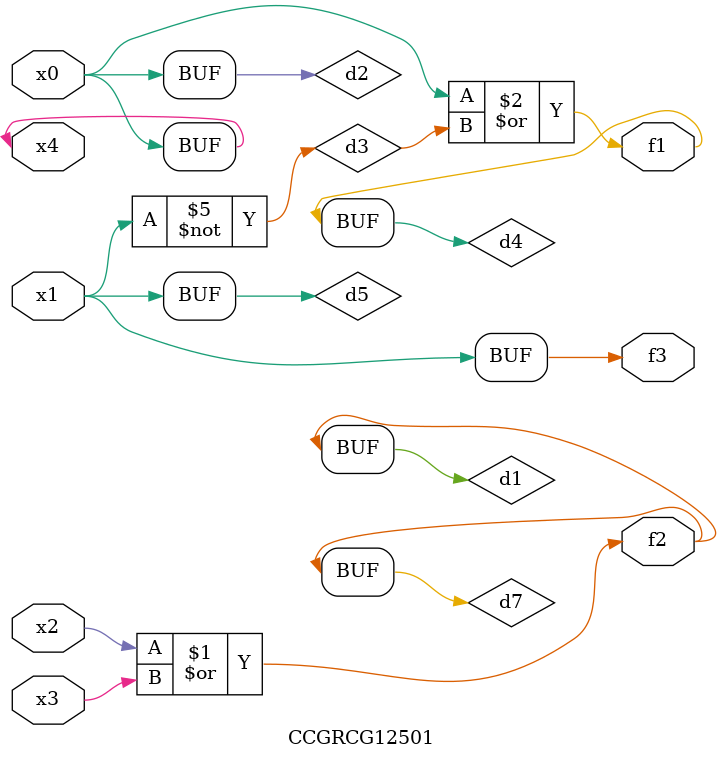
<source format=v>
module CCGRCG12501(
	input x0, x1, x2, x3, x4,
	output f1, f2, f3
);

	wire d1, d2, d3, d4, d5, d6, d7;

	or (d1, x2, x3);
	buf (d2, x0, x4);
	not (d3, x1);
	or (d4, d2, d3);
	not (d5, d3);
	nand (d6, d1, d3);
	or (d7, d1);
	assign f1 = d4;
	assign f2 = d7;
	assign f3 = d5;
endmodule

</source>
